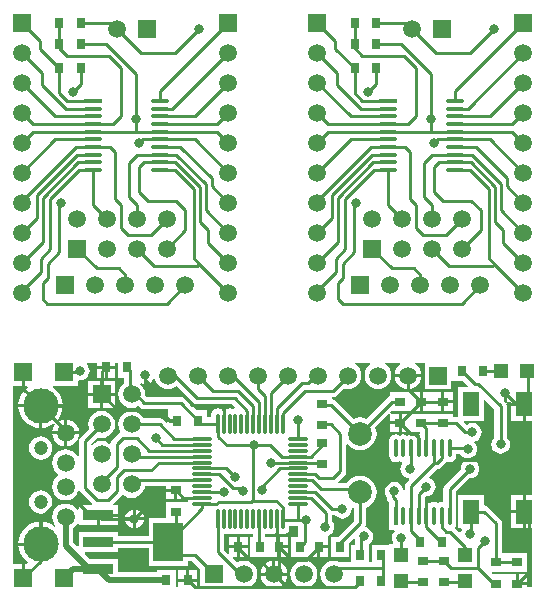
<source format=gtl>
%FSTAX24Y24*%
%MOIN*%
G70*
G01*
G75*
G04 Layer_Physical_Order=1*
G04 Layer_Color=255*
%ADD10O,0.0630X0.0138*%
%ADD11R,0.0630X0.0138*%
%ADD12R,0.0315X0.0374*%
%ADD13O,0.0709X0.0118*%
%ADD14O,0.0118X0.0709*%
%ADD15R,0.0374X0.0315*%
%ADD16O,0.0138X0.0630*%
%ADD17R,0.0138X0.0630*%
%ADD18R,0.0630X0.0630*%
%ADD19R,0.0551X0.0827*%
%ADD20R,0.1004X0.0374*%
%ADD21R,0.1004X0.1299*%
%ADD22R,0.0512X0.0472*%
%ADD23R,0.0472X0.0512*%
%ADD24C,0.0100*%
%ADD25C,0.0200*%
%ADD26R,0.0591X0.0591*%
%ADD27C,0.0591*%
%ADD28R,0.0591X0.0591*%
%ADD29C,0.1181*%
%ADD30C,0.0787*%
%ADD31C,0.0320*%
%ADD32C,0.0472*%
G36*
X025093Y014375D02*
X02543D01*
Y014325D01*
X02548D01*
Y014018D01*
X025767D01*
Y014018D01*
X025818D01*
X025824Y013988D01*
X025835Y013971D01*
X025824Y013954D01*
X025818Y013924D01*
X025767D01*
Y013924D01*
X025093D01*
Y013393D01*
X024532D01*
Y012797D01*
X023493D01*
Y01293D01*
X022189D01*
Y01248D01*
X022143Y012461D01*
X022015Y012589D01*
Y01307D01*
X022077Y013118D01*
X022142Y013202D01*
X022189Y013186D01*
Y013161D01*
X022791D01*
Y013499D01*
X022841D01*
Y013548D01*
X023493D01*
Y013835D01*
X023365D01*
X023346Y013882D01*
X023606Y014142D01*
X023624Y01417D01*
X023674Y014178D01*
X023737Y014129D01*
X023845Y014084D01*
X023961Y014069D01*
X024078Y014084D01*
X024186Y014129D01*
X024279Y014201D01*
X02435Y014294D01*
X024395Y014402D01*
X024402Y014456D01*
X025093D01*
Y014375D01*
D02*
G37*
G36*
X036464Y017247D02*
X036495Y017252D01*
X036571Y017283D01*
X036574Y017285D01*
X036618Y017263D01*
Y017249D01*
X037044D01*
Y017199D01*
X037094D01*
Y016636D01*
X037313D01*
Y01418D01*
X037094D01*
Y013616D01*
Y013053D01*
X037313D01*
Y011104D01*
X037145D01*
Y011165D01*
X036808D01*
Y011215D01*
X036758D01*
Y011522D01*
X036471D01*
D01*
D01*
X036471Y011522D01*
X036436Y011522D01*
Y011522D01*
X036001D01*
X035954Y01157D01*
X035973Y011616D01*
X036436D01*
Y011616D01*
X036436D01*
X036436Y011616D01*
X036471Y011616D01*
Y011616D01*
X037145D01*
Y012231D01*
X036471D01*
D01*
D01*
X036471Y012231D01*
X036436Y012231D01*
Y012231D01*
X036303D01*
Y013223D01*
X036288Y013301D01*
X036243Y013367D01*
X03585Y013761D01*
X035784Y013805D01*
X035706Y01382D01*
X035698D01*
Y01418D01*
X034847D01*
Y013053D01*
X034929D01*
X034957Y013012D01*
X034931Y012949D01*
X034929Y012934D01*
X034882Y012918D01*
X034717Y013083D01*
X03476Y013147D01*
X034777Y013233D01*
Y013725D01*
X03476Y01381D01*
X034758Y013814D01*
Y01427D01*
X035212Y014724D01*
X035233Y014721D01*
X035314Y014732D01*
X035389Y014763D01*
X035454Y014813D01*
X035504Y014878D01*
X035535Y014953D01*
X035546Y015034D01*
X035535Y015115D01*
X035504Y01519D01*
X035454Y015255D01*
X035389Y015305D01*
X035314Y015336D01*
X035233Y015347D01*
X035152Y015336D01*
X035077Y015305D01*
X035012Y015255D01*
X034962Y01519D01*
X034931Y015115D01*
X03492Y015034D01*
X034923Y015012D01*
X03441Y014499D01*
X034366Y014433D01*
X03435Y014355D01*
Y013977D01*
X034311Y013945D01*
X034298Y013948D01*
X034213Y013931D01*
X03417Y013903D01*
X034128Y013931D01*
X034042Y013948D01*
X033957Y013931D01*
X033914Y013903D01*
X033872Y013931D01*
X033836Y013938D01*
Y013811D01*
X033836Y01381D01*
X033819Y013725D01*
Y013479D01*
X033754D01*
Y013725D01*
X033737Y01381D01*
X033736Y013811D01*
Y013938D01*
X033773Y013945D01*
X033734Y013977D01*
Y014098D01*
X033772Y014131D01*
X033776Y014131D01*
X033857Y014141D01*
X033933Y014173D01*
X033997Y014222D01*
X034047Y014287D01*
X034078Y014362D01*
X034089Y014443D01*
X034078Y014524D01*
X034047Y0146D01*
X033997Y014664D01*
X033933Y014714D01*
X033857Y014745D01*
X033857Y014747D01*
X034128Y015018D01*
X034199Y015032D01*
X034265Y015077D01*
X034442Y015254D01*
X034458Y015278D01*
X034469Y015271D01*
X034554Y015254D01*
X034639Y015271D01*
X034712Y015319D01*
X03476Y015391D01*
X034777Y015477D01*
Y015519D01*
X034905D01*
X034933Y015482D01*
X034998Y015432D01*
X035073Y015401D01*
X035154Y01539D01*
X035235Y015401D01*
X035311Y015432D01*
X035375Y015482D01*
X035425Y015547D01*
X035456Y015622D01*
X035467Y015703D01*
X035456Y015784D01*
X035425Y015859D01*
X035375Y015924D01*
X035383Y015951D01*
X035393Y015952D01*
X035468Y015984D01*
X035533Y016033D01*
X035583Y016098D01*
X035614Y016173D01*
X035624Y016254D01*
X035614Y016335D01*
X035583Y016411D01*
X035533Y016475D01*
X035468Y016525D01*
X035393Y016556D01*
X035312Y016567D01*
X035231Y016556D01*
X035155Y016525D01*
X03512Y016498D01*
X035029Y01659D01*
X035048Y016636D01*
X035698D01*
Y017325D01*
X035744Y017345D01*
X036053Y017036D01*
Y016095D01*
X036036Y016082D01*
X035986Y016017D01*
X035955Y015942D01*
X035944Y015861D01*
X035955Y01578D01*
X035986Y015704D01*
X036036Y01564D01*
X0361Y01559D01*
X036176Y015559D01*
X036257Y015548D01*
X036338Y015559D01*
X036413Y01559D01*
X036478Y01564D01*
X036527Y015704D01*
X036559Y01578D01*
X036569Y015861D01*
X036559Y015942D01*
X036527Y016017D01*
X036478Y016082D01*
X036461Y016095D01*
Y01712D01*
X036445Y017199D01*
X036443Y017202D01*
X036463Y017247D01*
X036417Y017241D01*
X036401Y017265D01*
X036364Y017301D01*
Y017554D01*
X036464D01*
Y017247D01*
D02*
G37*
G36*
X024532Y011793D02*
X025836D01*
Y01196D01*
X025979D01*
X026215Y011724D01*
X026215Y011724D01*
X026252Y011687D01*
Y011104D01*
X026131D01*
Y011283D01*
X025516D01*
Y011104D01*
X025422D01*
Y01167D01*
X024807D01*
Y011588D01*
X023493D01*
Y012024D01*
X022579D01*
X022394Y01221D01*
X022413Y012256D01*
X023493D01*
Y012389D01*
X024532D01*
Y011793D01*
D02*
G37*
G36*
X031368Y013742D02*
Y013307D01*
X030833Y012772D01*
X030595D01*
Y012098D01*
X03121D01*
Y012573D01*
X031344Y012707D01*
X031393Y012697D01*
X031407Y012662D01*
Y012497D01*
X031264D01*
Y011931D01*
X030894D01*
X030894Y011931D01*
X030814Y011964D01*
X030698Y011979D01*
X030581Y011964D01*
X030473Y011919D01*
X03038Y011847D01*
X030309Y011754D01*
X030264Y011646D01*
X030249Y01153D01*
X030264Y011414D01*
X030309Y011305D01*
X03038Y011212D01*
X03046Y011151D01*
X030444Y011104D01*
X029952D01*
X029936Y011151D01*
X030015Y011212D01*
X030087Y011305D01*
X030131Y011414D01*
X030147Y01153D01*
X030131Y011646D01*
X030087Y011754D01*
X030015Y011847D01*
X029922Y011919D01*
X029814Y011964D01*
X029698Y011979D01*
X029581Y011964D01*
X029473Y011919D01*
X02938Y011847D01*
X029309Y011754D01*
X029264Y011646D01*
X029249Y01153D01*
X029264Y011414D01*
X029309Y011305D01*
X02938Y011212D01*
X02946Y011151D01*
X029444Y011104D01*
X028952D01*
X028936Y011151D01*
X029015Y011212D01*
X029087Y011305D01*
X029131Y011414D01*
X02914Y01148D01*
X028255D01*
X028264Y011414D01*
X028309Y011305D01*
X02838Y011212D01*
X02846Y011151D01*
X028444Y011104D01*
X027952D01*
X027936Y011151D01*
X028015Y011212D01*
X028087Y011305D01*
X028131Y011414D01*
X028147Y01153D01*
X028131Y011646D01*
X028087Y011754D01*
X028015Y011847D01*
X027922Y011919D01*
X027814Y011964D01*
X027698Y011979D01*
X027581Y011964D01*
X027473Y011919D01*
X027463Y011911D01*
X027322Y012052D01*
X027341Y012098D01*
X027467D01*
Y012385D01*
X027209D01*
Y01223D01*
X027163Y012211D01*
X027031Y012343D01*
Y012854D01*
X027106Y012868D01*
X027123Y01288D01*
X02714Y012868D01*
X027221Y012852D01*
X027303Y012868D01*
X02732Y01288D01*
X027337Y012868D01*
X027418Y012852D01*
X0275Y012868D01*
X027517Y01288D01*
X027533Y012868D01*
X027615Y012852D01*
X027697Y012868D01*
X027713Y01288D01*
X02773Y012868D01*
X027812Y012852D01*
X027893Y012868D01*
X02791Y01288D01*
X027927Y012868D01*
X028002Y012854D01*
Y012772D01*
X027918D01*
Y012098D01*
X028533D01*
X028533Y012098D01*
Y012098D01*
X028533D01*
X028548D01*
X028568Y012098D01*
X028568Y012098D01*
Y012098D01*
X028805D01*
Y012435D01*
Y012772D01*
X028568D01*
X028568Y012772D01*
Y012772D01*
X028548Y012772D01*
X02854D01*
X028533D01*
X028512Y012772D01*
X028512Y012772D01*
Y012772D01*
X028409D01*
Y012854D01*
X028484Y012868D01*
X028501Y01288D01*
X028518Y012868D01*
X028599Y012852D01*
X028681Y012868D01*
X028698Y01288D01*
X028714Y012868D01*
X028746Y012862D01*
Y012912D01*
X02875Y012915D01*
X028796Y012984D01*
X028842Y012915D01*
X028846Y012912D01*
Y012862D01*
X028878Y012868D01*
X028894Y01288D01*
X028911Y012868D01*
X028993Y012852D01*
X029074Y012868D01*
X029144Y012915D01*
X02919Y012984D01*
X029206Y013065D01*
Y013137D01*
X029517D01*
Y012772D01*
X029256D01*
Y012098D01*
X029871D01*
Y012098D01*
X029871D01*
X029871Y012098D01*
X029886D01*
Y012098D01*
X030144D01*
Y012436D01*
X030194D01*
Y012485D01*
X030501D01*
Y012772D01*
X030501D01*
Y012815D01*
X030547Y012834D01*
X030612Y012884D01*
X030661Y012948D01*
X030693Y013024D01*
X030703Y013105D01*
X030693Y013186D01*
X030661Y013261D01*
X030634Y013297D01*
Y013491D01*
X030747D01*
X03076Y013474D01*
X030825Y013424D01*
X0309Y013393D01*
X030981Y013383D01*
X031062Y013393D01*
X031137Y013424D01*
X031202Y013474D01*
X031252Y013539D01*
X031283Y013614D01*
X031294Y013695D01*
X031288Y013738D01*
X031323Y013764D01*
X031368Y013742D01*
D02*
G37*
G36*
X024456Y017877D02*
X024487Y017881D01*
X024563Y017913D01*
X024627Y017962D01*
X024677Y018027D01*
X024685Y018046D01*
X024735Y01804D01*
X024736Y018028D01*
X024781Y01792D01*
X024853Y017827D01*
X024946Y017755D01*
X025054Y01771D01*
X02517Y017695D01*
X025286Y01771D01*
X025395Y017755D01*
X025449Y017797D01*
X025994Y017252D01*
X026061Y017208D01*
X026139Y017192D01*
X026139Y017192D01*
X027314D01*
X027406Y0171D01*
X027391Y017053D01*
X027337Y017042D01*
X02732Y017031D01*
X027303Y017042D01*
X027221Y017058D01*
X02714Y017042D01*
X027123Y017031D01*
X027106Y017042D01*
X027074Y017048D01*
Y016998D01*
X027071Y016996D01*
X027024Y016927D01*
X026978Y016996D01*
X026974Y016998D01*
Y017048D01*
X026943Y017042D01*
X026926Y017031D01*
X026909Y017042D01*
X026828Y017058D01*
X026746Y017042D01*
X026677Y016996D01*
X026631Y016926D01*
X026614Y016845D01*
Y016754D01*
X026485D01*
Y016985D01*
X026129D01*
X025732Y017383D01*
X025665Y017427D01*
X025587Y017443D01*
X024451D01*
X024406Y017487D01*
X024411Y017518D01*
X024395Y017634D01*
X02435Y017743D01*
X024279Y017836D01*
X024247Y01786D01*
X024272Y017904D01*
X024325Y017881D01*
X024356Y017877D01*
Y018184D01*
X024456D01*
Y017877D01*
D02*
G37*
G36*
X033725Y017699D02*
X034615D01*
Y017965D01*
X03465D01*
Y017965D01*
X035006D01*
X035162Y017809D01*
X035143Y017763D01*
X034847D01*
Y016795D01*
X034808Y016764D01*
X034761Y016773D01*
X034665D01*
Y016877D01*
X033991D01*
D01*
D01*
X033991Y016877D01*
X033956D01*
Y016877D01*
X033283D01*
X033283Y016877D01*
Y016877D01*
X033282Y016877D01*
X033265D01*
X033247D01*
X033247Y016877D01*
X033247Y016877D01*
Y016877D01*
X03296D01*
Y016569D01*
Y016262D01*
X033247D01*
Y016262D01*
X033282D01*
X033283Y016262D01*
X033283Y016262D01*
Y016262D01*
X033558D01*
X033574Y016215D01*
X033544Y016189D01*
X03358Y016182D01*
Y016055D01*
X03358Y016054D01*
X033563Y015969D01*
Y015723D01*
X033498D01*
Y015969D01*
X033481Y016054D01*
X03348Y016055D01*
Y016182D01*
X033445Y016175D01*
X033402Y016147D01*
X03336Y016175D01*
X033274Y016192D01*
X033189Y016175D01*
X033146Y016147D01*
X033104Y016175D01*
X033019Y016192D01*
X032933Y016175D01*
X032891Y016147D01*
X032848Y016175D01*
X032763Y016192D01*
X032677Y016175D01*
X032605Y016127D01*
X032556Y016054D01*
X032539Y015969D01*
Y015477D01*
X032556Y015391D01*
X032605Y015319D01*
X032677Y015271D01*
X032763Y015254D01*
X032848Y015271D01*
X032891Y015299D01*
X032933Y015271D01*
X032959Y015265D01*
X032976Y015219D01*
X032954Y01519D01*
X032923Y015115D01*
X032913Y015034D01*
X032923Y014953D01*
X032954Y014878D01*
X033004Y014813D01*
X033069Y014763D01*
X033144Y014732D01*
X033195Y014725D01*
X033211Y014678D01*
X03313Y014597D01*
X033086Y014531D01*
X03307Y014453D01*
Y014331D01*
X033021Y014327D01*
X033015Y014367D01*
X032984Y014442D01*
X032934Y014507D01*
X03287Y014557D01*
X032794Y014588D01*
X032713Y014598D01*
X032632Y014588D01*
X032557Y014557D01*
X032492Y014507D01*
X032443Y014442D01*
X032411Y014367D01*
X032401Y014286D01*
X032411Y014205D01*
X032443Y014129D01*
X03247Y014094D01*
Y014089D01*
X032486Y014011D01*
X03253Y013945D01*
X032544Y013931D01*
Y013014D01*
X032704D01*
X032727Y012969D01*
X032679Y012907D01*
X032648Y012831D01*
X032637Y01275D01*
X032648Y012669D01*
X032679Y012594D01*
X032681Y012591D01*
X032659Y012546D01*
X032544D01*
Y012497D01*
X031973D01*
Y011931D01*
X031879D01*
Y012497D01*
X031879D01*
X031879Y012544D01*
X031911Y012569D01*
X031961Y012633D01*
X031992Y012709D01*
X032002Y01279D01*
X031992Y012871D01*
X031961Y012946D01*
X031911Y013011D01*
X031846Y013061D01*
X031771Y013092D01*
X031752Y013133D01*
X03176Y013145D01*
X031776Y013223D01*
X031776Y013223D01*
X031776Y013223D01*
Y013223D01*
Y013751D01*
X031846Y013781D01*
X031959Y013868D01*
X032047Y013981D01*
X032101Y014114D01*
X03212Y014256D01*
X032101Y014397D01*
X032047Y01453D01*
X031959Y014643D01*
X031846Y01473D01*
X031714Y014785D01*
X031572Y014804D01*
X03143Y014785D01*
X031297Y01473D01*
X031184Y014643D01*
X031126Y014568D01*
X030869D01*
X03085Y014615D01*
X031047Y014811D01*
X031091Y014877D01*
X031106Y014955D01*
X031106Y014955D01*
X031106Y014955D01*
Y014955D01*
Y015841D01*
X031154Y015857D01*
X031184Y015818D01*
X031297Y015731D01*
X03143Y015676D01*
X031572Y015657D01*
X031714Y015676D01*
X031846Y015731D01*
X031959Y015818D01*
X032047Y015932D01*
X032101Y016064D01*
X03212Y016206D01*
X032101Y016348D01*
X032072Y016418D01*
X032527Y016873D01*
X032573Y016854D01*
Y016619D01*
X03286D01*
Y016877D01*
X032596D01*
X032577Y016923D01*
X032625Y01697D01*
X033247D01*
X033247Y01697D01*
Y01697D01*
X033247D01*
X033282D01*
X033283Y01697D01*
X033283Y01697D01*
Y01697D01*
X033569D01*
Y017278D01*
Y017585D01*
X033283D01*
X033283Y017585D01*
Y017585D01*
X033282Y017585D01*
X033265D01*
X033247D01*
X033247Y017585D01*
X033247Y017585D01*
Y017585D01*
X032573D01*
Y017468D01*
X032566Y017466D01*
X0325Y017422D01*
X031784Y016706D01*
X031714Y016735D01*
X031572Y016754D01*
X03143Y016735D01*
X031359Y016706D01*
X030762Y017304D01*
X030696Y017348D01*
X030649Y017358D01*
Y017428D01*
X030658D01*
X030736Y017444D01*
X030802Y017488D01*
X031033Y017719D01*
X031054Y01771D01*
X03117Y017695D01*
X031286Y01771D01*
X031395Y017755D01*
X031488Y017827D01*
X031559Y01792D01*
X031604Y018028D01*
X031619Y018144D01*
X031604Y01826D01*
X031559Y018369D01*
X031488Y018462D01*
X031395Y018533D01*
X031402Y01857D01*
X031916D01*
X031932Y018523D01*
X031853Y018462D01*
X031781Y018369D01*
X031736Y01826D01*
X031721Y018144D01*
X031736Y018028D01*
X031781Y01792D01*
X031853Y017827D01*
X031946Y017755D01*
X032054Y01771D01*
X03217Y017695D01*
X032286Y01771D01*
X032395Y017755D01*
X032488Y017827D01*
X032559Y01792D01*
X032604Y018028D01*
X032619Y018144D01*
X032604Y01826D01*
X032559Y018369D01*
X032488Y018462D01*
X032395Y018533D01*
X032402Y01857D01*
X032916D01*
X032932Y018523D01*
X032853Y018462D01*
X032781Y018369D01*
X032736Y01826D01*
X032728Y018194D01*
X033613D01*
X033604Y01826D01*
X033559Y018369D01*
X033488Y018462D01*
X033395Y018533D01*
X033402Y01857D01*
X033725D01*
Y017699D01*
D02*
G37*
G36*
X023508Y018083D02*
X023691D01*
Y017872D01*
X023644Y017836D01*
X023572Y017743D01*
X023528Y017634D01*
X023512Y017518D01*
X023528Y017402D01*
X023572Y017294D01*
X023644Y017201D01*
X023737Y017129D01*
X023845Y017084D01*
X023961Y017069D01*
X024078Y017084D01*
X024186Y017129D01*
X024187Y01713D01*
X024223Y017094D01*
X024289Y01705D01*
X024367Y017035D01*
X025162D01*
Y016985D01*
X025162D01*
Y016698D01*
X025469D01*
Y016598D01*
X025162D01*
Y016601D01*
X025116Y016581D01*
X025035Y016662D01*
X024969Y016707D01*
X024891Y016722D01*
X024359D01*
X02435Y016743D01*
X024279Y016836D01*
X024186Y016907D01*
X024078Y016952D01*
X023961Y016967D01*
X023845Y016952D01*
X023737Y016907D01*
X023644Y016836D01*
X023572Y016743D01*
X023528Y016634D01*
X023512Y016518D01*
X023528Y016402D01*
X023572Y016294D01*
X023577Y016288D01*
X023569Y016238D01*
X023514Y016202D01*
X023317Y016005D01*
X023273Y015939D01*
X023265Y0159D01*
X023218Y015882D01*
X023186Y015907D01*
X023078Y015952D01*
X022961Y015967D01*
X022845Y015952D01*
X022737Y015907D01*
X022647Y015838D01*
X022602Y01586D01*
Y015871D01*
X022825Y016093D01*
X022845Y016084D01*
X022961Y016069D01*
X023078Y016084D01*
X023186Y016129D01*
X023279Y016201D01*
X02335Y016294D01*
X023395Y016402D01*
X023411Y016518D01*
X023395Y016634D01*
X02335Y016743D01*
X023279Y016836D01*
X023186Y016907D01*
X023078Y016952D01*
X022961Y016967D01*
X022845Y016952D01*
X022737Y016907D01*
X022644Y016836D01*
X022572Y016743D01*
X022528Y016634D01*
X022512Y016518D01*
X022528Y016402D01*
X022536Y016381D01*
X022254Y016099D01*
X022212Y016036D01*
X022168Y016059D01*
X022194Y016122D01*
X022203Y016189D01*
X02181D01*
Y015796D01*
X021876Y015805D01*
X021985Y01585D01*
X022078Y015921D01*
X022149Y016014D01*
X022162Y016044D01*
X022209Y01603D01*
X022195Y015955D01*
Y015482D01*
X022185Y015478D01*
X022147Y015465D01*
X022077Y015556D01*
X021984Y015628D01*
X021876Y015672D01*
X02176Y015688D01*
X021644Y015672D01*
X021535Y015628D01*
X021442Y015556D01*
X021371Y015463D01*
X021326Y015355D01*
X021311Y015239D01*
X021326Y015122D01*
X021371Y015014D01*
X021442Y014921D01*
X021519Y014862D01*
Y014812D01*
X021442Y014753D01*
X021371Y01466D01*
X021326Y014552D01*
X021311Y014435D01*
X021326Y014319D01*
X021371Y014211D01*
X021442Y014118D01*
X021535Y014046D01*
X021644Y014002D01*
X02176Y013986D01*
X021876Y014002D01*
X021984Y014046D01*
X022077Y014118D01*
X022149Y014211D01*
X022181Y014289D01*
X022231Y014294D01*
X022254Y01426D01*
X022632Y013882D01*
X022613Y013835D01*
X022189D01*
Y013685D01*
X022142Y013669D01*
X022077Y013753D01*
X021984Y013824D01*
X021876Y013869D01*
X02176Y013885D01*
X021644Y013869D01*
X021535Y013824D01*
X021442Y013753D01*
X021371Y01366D01*
X021326Y013552D01*
X021311Y013435D01*
X021326Y013319D01*
X021371Y013211D01*
X021417Y01315D01*
X021381Y013116D01*
X021336Y013153D01*
X021208Y013221D01*
X021068Y013264D01*
X020973Y013273D01*
Y012534D01*
X020923D01*
Y012484D01*
X020184D01*
X020193Y012389D01*
X020235Y012249D01*
X020304Y01212D01*
X020397Y012008D01*
X020499Y011924D01*
X020482Y011877D01*
X020401D01*
Y011412D01*
X020301D01*
Y011877D01*
X020004D01*
Y017797D01*
X020301D01*
Y018262D01*
X020401D01*
Y017797D01*
X020482D01*
X020499Y01775D01*
X020397Y017666D01*
X020304Y017554D01*
X020235Y017425D01*
X020193Y017285D01*
X020184Y01719D01*
X021662D01*
X021653Y017285D01*
X02161Y017425D01*
X021542Y017554D01*
X021449Y017666D01*
X021336Y017759D01*
X021346Y017797D01*
X022155D01*
Y017962D01*
X022192Y017995D01*
X022241Y017989D01*
X022322Y018D01*
X022397Y018031D01*
X022462Y01808D01*
X022512Y018145D01*
X022543Y018221D01*
X022554Y018302D01*
X022543Y018383D01*
X022512Y018458D01*
X022462Y018523D01*
X022462Y018523D01*
X022478Y01857D01*
X0228D01*
Y01847D01*
X023415D01*
Y01857D01*
X023508D01*
Y018083D01*
D02*
G37*
%LPC*%
G36*
X036994Y013567D02*
X036618D01*
Y013053D01*
X036994D01*
Y013567D01*
D02*
G37*
G36*
X024002Y01333D02*
X023746D01*
X02375Y013299D01*
X023781Y013224D01*
X023831Y013159D01*
X023896Y01311D01*
X023971Y013078D01*
X024002Y013074D01*
Y01333D01*
D02*
G37*
G36*
X029163Y012772D02*
X028905D01*
Y012485D01*
X029163D01*
Y012772D01*
D02*
G37*
G36*
X020873Y013273D02*
X020778Y013264D01*
X020638Y013221D01*
X020509Y013153D01*
X020397Y01306D01*
X020304Y012947D01*
X020235Y012819D01*
X020193Y012679D01*
X020184Y012584D01*
X020873D01*
Y013273D01*
D02*
G37*
G36*
X024002Y013686D02*
X023971Y013682D01*
X023896Y013651D01*
X023831Y013601D01*
X023781Y013537D01*
X02375Y013461D01*
X023746Y01343D01*
X024002D01*
Y013686D01*
D02*
G37*
G36*
X024102D02*
Y01343D01*
X024358D01*
X024354Y013461D01*
X024323Y013537D01*
X024273Y013601D01*
X024208Y013651D01*
X024133Y013682D01*
X024102Y013686D01*
D02*
G37*
G36*
X024358Y01333D02*
X024102D01*
Y013074D01*
X024133Y013078D01*
X024208Y01311D01*
X024273Y013159D01*
X024323Y013224D01*
X024354Y013299D01*
X024358Y01333D01*
D02*
G37*
G36*
X023493Y013448D02*
X022891D01*
Y013161D01*
X023493D01*
Y013448D01*
D02*
G37*
G36*
X027824Y012772D02*
X027567D01*
Y012485D01*
X027824D01*
Y012772D01*
D02*
G37*
G36*
X026131Y01167D02*
X025874D01*
Y011383D01*
X026131D01*
Y01167D01*
D02*
G37*
G36*
X028648Y011972D02*
X028581Y011964D01*
X028473Y011919D01*
X02838Y011847D01*
X028309Y011754D01*
X028264Y011646D01*
X028255Y01158D01*
X028648D01*
Y011972D01*
D02*
G37*
G36*
X037145Y011522D02*
X036858D01*
Y011265D01*
X037145D01*
Y011522D01*
D02*
G37*
G36*
X025774Y01167D02*
X025516D01*
Y011383D01*
X025774D01*
Y01167D01*
D02*
G37*
G36*
X028748Y011972D02*
Y01158D01*
X02914D01*
X029131Y011646D01*
X029087Y011754D01*
X029015Y011847D01*
X028922Y011919D01*
X028814Y011964D01*
X028748Y011972D01*
D02*
G37*
G36*
X030501Y012385D02*
X030244D01*
Y012098D01*
X030501D01*
Y012385D01*
D02*
G37*
G36*
X027467Y012772D02*
X027209D01*
Y012485D01*
X027467D01*
Y012772D01*
D02*
G37*
G36*
X027824Y012385D02*
X027567D01*
Y012098D01*
X027824D01*
Y012385D01*
D02*
G37*
G36*
X029163D02*
X028905D01*
Y012098D01*
X029163D01*
Y012385D01*
D02*
G37*
G36*
X020929Y014325D02*
X020828Y014312D01*
X020734Y014273D01*
X020653Y014211D01*
X020591Y01413D01*
X020552Y014036D01*
X020539Y013935D01*
X020552Y013835D01*
X020591Y013741D01*
X020653Y01366D01*
X020734Y013598D01*
X020828Y013559D01*
X020929Y013546D01*
X02103Y013559D01*
X021124Y013598D01*
X021204Y01366D01*
X021266Y013741D01*
X021305Y013835D01*
X021318Y013935D01*
X021305Y014036D01*
X021266Y01413D01*
X021204Y014211D01*
X021124Y014273D01*
X02103Y014312D01*
X020929Y014325D01*
D02*
G37*
G36*
X023407Y017468D02*
X023011D01*
Y017073D01*
X023407D01*
Y017468D01*
D02*
G37*
G36*
X034665Y017585D02*
X034378D01*
Y017328D01*
X034665D01*
Y017585D01*
D02*
G37*
G36*
X022911Y017468D02*
X022516D01*
Y017073D01*
X022911D01*
Y017468D01*
D02*
G37*
G36*
X036994Y017149D02*
X036618D01*
Y016636D01*
X036994D01*
Y017149D01*
D02*
G37*
G36*
X034665Y017228D02*
X034378D01*
Y01697D01*
X034665D01*
Y017228D01*
D02*
G37*
G36*
X03312Y018094D02*
X032728D01*
X032736Y018028D01*
X032781Y01792D01*
X032853Y017827D01*
X032946Y017755D01*
X033054Y01771D01*
X03312Y017702D01*
Y018094D01*
D02*
G37*
G36*
X033613D02*
X03322D01*
Y017702D01*
X033286Y01771D01*
X033395Y017755D01*
X033488Y017827D01*
X033559Y01792D01*
X033604Y018028D01*
X033613Y018094D01*
D02*
G37*
G36*
X033991Y017585D02*
Y017585D01*
X033991Y017585D01*
X033973D01*
X033956D01*
X033955Y017585D01*
X033955Y017585D01*
Y017585D01*
X033669D01*
Y017278D01*
Y01697D01*
X033956D01*
Y01697D01*
X033991D01*
X033991Y01697D01*
X033991Y01697D01*
Y01697D01*
X034278D01*
Y017278D01*
Y017585D01*
X033991D01*
X033991Y017585D01*
D02*
G37*
G36*
X022911Y017963D02*
X022516D01*
Y017568D01*
X022911D01*
Y017963D01*
D02*
G37*
G36*
X023407D02*
X023011D01*
Y017568D01*
X023407D01*
Y017963D01*
D02*
G37*
G36*
X020929Y016128D02*
X020828Y016115D01*
X020734Y016076D01*
X020653Y016014D01*
X020591Y015933D01*
X020552Y015839D01*
X020539Y015739D01*
X020552Y015638D01*
X020591Y015544D01*
X020653Y015463D01*
X020734Y015401D01*
X020828Y015362D01*
X020929Y015349D01*
X02103Y015362D01*
X021124Y015401D01*
X021204Y015463D01*
X021266Y015544D01*
X021305Y015638D01*
X021318Y015739D01*
X021305Y015839D01*
X021266Y015933D01*
X021204Y016014D01*
X021124Y016076D01*
X02103Y016115D01*
X020929Y016128D01*
D02*
G37*
G36*
X023057Y01837D02*
X0228D01*
Y018083D01*
X023057D01*
Y01837D01*
D02*
G37*
G36*
X023415D02*
X023157D01*
Y018083D01*
X023415D01*
Y01837D01*
D02*
G37*
G36*
X036994Y01418D02*
X036618D01*
Y013667D01*
X036994D01*
Y01418D01*
D02*
G37*
G36*
X02538Y014275D02*
X025093D01*
Y014018D01*
X02538D01*
Y014275D01*
D02*
G37*
G36*
X02181Y016681D02*
Y016289D01*
X022203D01*
X022194Y016355D01*
X022149Y016463D01*
X022078Y016556D01*
X021985Y016628D01*
X021876Y016672D01*
X02181Y016681D01*
D02*
G37*
G36*
X020873Y01709D02*
X020184D01*
X020193Y016995D01*
X020235Y016855D01*
X020304Y016727D01*
X020397Y016614D01*
X020509Y016521D01*
X020638Y016453D01*
X020778Y01641D01*
X020873Y016401D01*
Y01709D01*
D02*
G37*
G36*
X021662D02*
X020973D01*
Y016401D01*
X021068Y01641D01*
X021208Y016453D01*
X021336Y016521D01*
X021382Y016559D01*
X021418Y016524D01*
X021371Y016463D01*
X021326Y016355D01*
X021317Y016289D01*
X02171D01*
Y016681D01*
X021644Y016672D01*
X021535Y016628D01*
X021506Y016605D01*
X021471Y016641D01*
X021542Y016727D01*
X02161Y016855D01*
X021653Y016995D01*
X021662Y01709D01*
D02*
G37*
G36*
X02171Y016189D02*
X021317D01*
X021326Y016122D01*
X021371Y016014D01*
X021442Y015921D01*
X021535Y01585D01*
X021644Y015805D01*
X02171Y015796D01*
Y016189D01*
D02*
G37*
G36*
X03286Y016519D02*
X032573D01*
Y016262D01*
X03286D01*
Y016519D01*
D02*
G37*
%LPD*%
D10*
X034751Y024998D02*
D03*
Y025254D02*
D03*
X032507Y024998D02*
D03*
Y025254D02*
D03*
Y027045D02*
D03*
Y026789D02*
D03*
Y026533D02*
D03*
Y026278D02*
D03*
Y026022D02*
D03*
Y025766D02*
D03*
Y02551D02*
D03*
X034751Y027301D02*
D03*
Y027045D02*
D03*
Y026789D02*
D03*
Y026533D02*
D03*
Y026278D02*
D03*
Y026022D02*
D03*
Y025766D02*
D03*
Y02551D02*
D03*
X024908Y024998D02*
D03*
Y025254D02*
D03*
X022664Y024998D02*
D03*
Y025254D02*
D03*
Y027045D02*
D03*
Y026789D02*
D03*
Y026533D02*
D03*
Y026278D02*
D03*
Y026022D02*
D03*
Y025766D02*
D03*
Y02551D02*
D03*
X024908Y027301D02*
D03*
Y027045D02*
D03*
Y026789D02*
D03*
Y026533D02*
D03*
Y026278D02*
D03*
Y026022D02*
D03*
Y025766D02*
D03*
Y02551D02*
D03*
D11*
X032507Y027301D02*
D03*
X022664D02*
D03*
D12*
X032097Y0292D02*
D03*
X031388D02*
D03*
X032097Y0284D02*
D03*
X031388D02*
D03*
X031388Y0299D02*
D03*
X032097D02*
D03*
X022254Y0292D02*
D03*
X021546D02*
D03*
X022254Y0284D02*
D03*
X021546D02*
D03*
X021546Y0299D02*
D03*
X022254D02*
D03*
X031572Y01216D02*
D03*
X03228D02*
D03*
X03228Y011294D02*
D03*
X031572D02*
D03*
X026178Y016648D02*
D03*
X025469D02*
D03*
X023816Y01842D02*
D03*
X023107D02*
D03*
X029564Y012435D02*
D03*
X028855D02*
D03*
X030902D02*
D03*
X030194D02*
D03*
X028225D02*
D03*
X027517D02*
D03*
X025115Y011333D02*
D03*
X025824D02*
D03*
X034288Y012593D02*
D03*
X03358D02*
D03*
X035666Y018302D02*
D03*
X034957D02*
D03*
D13*
X029505Y013872D02*
D03*
Y014069D02*
D03*
Y014266D02*
D03*
Y014463D02*
D03*
Y01466D02*
D03*
Y014857D02*
D03*
Y015054D02*
D03*
Y01525D02*
D03*
Y015447D02*
D03*
Y015644D02*
D03*
Y015841D02*
D03*
Y016038D02*
D03*
X026316D02*
D03*
Y015841D02*
D03*
Y015644D02*
D03*
Y015447D02*
D03*
Y01525D02*
D03*
Y015054D02*
D03*
Y014857D02*
D03*
Y01466D02*
D03*
Y014463D02*
D03*
Y014266D02*
D03*
Y014069D02*
D03*
Y013872D02*
D03*
D14*
X028993Y01655D02*
D03*
X028796D02*
D03*
X028599D02*
D03*
X028402D02*
D03*
X028206D02*
D03*
X028009D02*
D03*
X027812D02*
D03*
X027615D02*
D03*
X027418D02*
D03*
X027221D02*
D03*
X027024D02*
D03*
X026828D02*
D03*
Y013361D02*
D03*
X027024D02*
D03*
X027221D02*
D03*
X027418D02*
D03*
X027615D02*
D03*
X027812D02*
D03*
X028009D02*
D03*
X028206D02*
D03*
X028402D02*
D03*
X028599D02*
D03*
X028796D02*
D03*
X028993D02*
D03*
D15*
X02543Y013617D02*
D03*
Y014325D02*
D03*
X03291Y017278D02*
D03*
Y016569D02*
D03*
X030312Y017199D02*
D03*
Y016491D02*
D03*
Y015191D02*
D03*
Y0159D02*
D03*
X034328Y017278D02*
D03*
Y016569D02*
D03*
X033619Y017278D02*
D03*
Y016569D02*
D03*
X036808Y011215D02*
D03*
Y011924D02*
D03*
X036099Y011924D02*
D03*
Y011215D02*
D03*
X033658Y011254D02*
D03*
Y011963D02*
D03*
X034367Y011254D02*
D03*
Y011963D02*
D03*
D16*
X034554Y015723D02*
D03*
X034298D02*
D03*
X034042D02*
D03*
X033786D02*
D03*
X03353D02*
D03*
X033274D02*
D03*
X033019D02*
D03*
X032763D02*
D03*
X034554Y013479D02*
D03*
X034298D02*
D03*
X034042D02*
D03*
X033786D02*
D03*
X03353D02*
D03*
X033274D02*
D03*
X033019D02*
D03*
D17*
X032763D02*
D03*
D18*
X02169Y011412D02*
D03*
X020351D02*
D03*
X020351Y018262D02*
D03*
X02169D02*
D03*
D19*
X037044Y017199D02*
D03*
Y013617D02*
D03*
X035272Y017199D02*
D03*
Y013617D02*
D03*
D20*
X022841Y013498D02*
D03*
Y012593D02*
D03*
Y011687D02*
D03*
D21*
X025184Y012593D02*
D03*
D22*
X03295Y01216D02*
D03*
Y011294D02*
D03*
X035076Y01216D02*
D03*
Y011294D02*
D03*
D23*
X037123Y018302D02*
D03*
X036257D02*
D03*
D24*
X033343Y021159D02*
X03358D01*
X031971Y022382D02*
X032121D01*
X030843Y02123D02*
X031003Y02139D01*
Y02188D01*
X031383Y02226D01*
X030763Y021603D02*
Y02205D01*
X031083Y02237D01*
X030843Y0207D02*
Y02123D01*
X030143Y020983D02*
X030763Y021603D01*
X031383Y02226D02*
Y02383D01*
X030143Y020902D02*
Y020983D01*
X030843Y0207D02*
X030993Y02055D01*
X031383Y02383D02*
X031453Y0239D01*
X031083Y02237D02*
Y024046D01*
X031388Y029054D02*
Y0299D01*
X030993Y02055D02*
X03497D01*
X03558Y021159D01*
X032507Y023846D02*
Y024998D01*
Y023846D02*
X032971Y023382D01*
X034439Y02285D02*
X034971Y023382D01*
X033673Y02285D02*
X034439D01*
X033453Y02307D02*
X033673Y02285D01*
X033453Y02307D02*
Y02383D01*
X033245Y024038D02*
X033453Y02383D01*
X033245Y024038D02*
Y025589D01*
X033971Y023382D02*
Y023831D01*
X033703Y0241D02*
X033971Y023831D01*
X033703Y0241D02*
Y025232D01*
X034043Y02428D02*
X034343Y02398D01*
X035283D01*
X035593Y02367D01*
Y023003D02*
Y02367D01*
X034971Y022382D02*
X035593Y023003D01*
X034043Y02428D02*
Y025087D01*
X03542Y025766D02*
X036463Y024723D01*
X035287Y02551D02*
X036263Y024534D01*
X03526Y025254D02*
X036063Y024451D01*
X036463Y024459D02*
Y024723D01*
Y024459D02*
X037019Y023902D01*
X036263Y023659D02*
X037019Y022902D01*
X036263Y023659D02*
Y024534D01*
X036063Y02328D02*
X036343Y023D01*
X036063Y02328D02*
Y024451D01*
X035863Y022059D02*
X036052Y021869D01*
X035863Y022059D02*
Y024369D01*
X035233Y024998D02*
X035863Y024369D01*
X036052Y021869D02*
X037019Y020902D01*
X035993Y02181D02*
X036052Y021869D01*
X034543Y02181D02*
X035993D01*
X033971Y022382D02*
X034543Y02181D01*
X034043Y025087D02*
X034209Y025254D01*
X033703Y025232D02*
X03398Y02551D01*
X031083Y024046D02*
X032034Y024998D01*
X030143Y021902D02*
X030833Y022592D01*
Y024079D01*
X030143Y022902D02*
X030633Y023392D01*
Y024162D01*
X030833Y024079D02*
X032007Y025254D01*
X030633Y024162D02*
X03198Y02551D01*
X034043Y0259D02*
X034164Y026022D01*
X034751D01*
X035243Y0289D02*
X036043Y0297D01*
X034101Y0289D02*
X035243D01*
X033308Y029693D02*
X034101Y0289D01*
X033943Y0267D02*
Y0282D01*
X032943Y0292D02*
X033943Y0282D01*
X032097Y0292D02*
X032943D01*
X036343Y022579D02*
Y023D01*
Y022579D02*
X037019Y021902D01*
X033943Y026278D02*
X034751D01*
X032507D02*
X033943D01*
Y0267D01*
X031942Y0277D02*
X032097Y027854D01*
Y0284D01*
X031388Y027554D02*
Y0284D01*
Y027554D02*
X031653Y02729D01*
X032495D01*
X032507Y027301D01*
X030143Y029902D02*
X030743Y029302D01*
Y029046D02*
Y029302D01*
Y029046D02*
X031388Y0284D01*
X030143Y029665D02*
Y029902D01*
X033101Y0299D02*
X033308Y029693D01*
X032097Y0299D02*
X033101D01*
X032507Y026533D02*
X033176D01*
X033443Y0268D01*
Y0284D01*
X033043Y0288D02*
X033443Y0284D01*
X031643Y0288D02*
X033043D01*
X031388Y029054D02*
X031643Y0288D01*
X03398Y02551D02*
X034751D01*
X032507Y025766D02*
X033068D01*
X033245Y025589D01*
X034209Y025254D02*
X034751D01*
Y025766D02*
X03542D01*
X034751Y02551D02*
X035287D01*
X034751Y025254D02*
X03526D01*
X034751Y024998D02*
X035233D01*
X034751Y027634D02*
X037019Y029902D01*
X034751Y027301D02*
Y027634D01*
X035162Y027045D02*
X037019Y028902D01*
X034751Y027045D02*
X035162D01*
X035906Y026789D02*
X037019Y027902D01*
X034751Y026789D02*
X035906D01*
X03665Y026533D02*
X037019Y026902D01*
X034751Y026533D02*
X03665D01*
X036644Y026278D02*
X037019Y025902D01*
X034751Y026278D02*
X036644D01*
X034751Y026022D02*
X0359D01*
X037019Y024902D01*
X030143Y028902D02*
X030804Y028241D01*
Y027843D02*
Y028241D01*
Y027843D02*
X031601Y027045D01*
X032507D01*
X030143Y027902D02*
X031256Y026789D01*
X032507D01*
X030143Y026902D02*
X030511Y026533D01*
X032507D01*
X030518Y026278D02*
X032507D01*
X030143Y025902D02*
X030518Y026278D01*
X031262Y026022D02*
X032507D01*
X030143Y024902D02*
X031262Y026022D01*
X031953Y025766D02*
X032507D01*
X030143Y023955D02*
X031953Y025766D01*
X030143Y023902D02*
Y023955D01*
X03198Y02551D02*
X032507D01*
X032007Y025254D02*
X032507D01*
X032034Y024998D02*
X032507D01*
X03358Y021159D02*
Y021503D01*
X033363Y02172D02*
X03358Y021503D01*
X031971Y022382D02*
X032633Y02172D01*
X033363D01*
X031942Y0276D02*
Y0277D01*
X023501Y021159D02*
X023737D01*
X022129Y022382D02*
X022278D01*
X021Y02123D02*
X02116Y02139D01*
Y02188D01*
X02154Y02226D01*
X02092Y021603D02*
Y02205D01*
X02124Y02237D01*
X021Y0207D02*
Y02123D01*
X0203Y020983D02*
X02092Y021603D01*
X02154Y02226D02*
Y02383D01*
X0203Y020902D02*
Y020983D01*
X021Y0207D02*
X02115Y02055D01*
X02154Y02383D02*
X02161Y0239D01*
X02124Y02237D02*
Y024046D01*
X021546Y029054D02*
Y0299D01*
X02115Y02055D02*
X025128D01*
X025737Y021159D01*
X022664Y023846D02*
Y024998D01*
Y023846D02*
X023129Y023382D01*
X024597Y02285D02*
X025129Y023382D01*
X02383Y02285D02*
X024597D01*
X02361Y02307D02*
X02383Y02285D01*
X02361Y02307D02*
Y02383D01*
X023402Y024038D02*
X02361Y02383D01*
X023402Y024038D02*
Y025589D01*
X024129Y023382D02*
Y023831D01*
X02386Y0241D02*
X024129Y023831D01*
X02386Y0241D02*
Y025232D01*
X0242Y02428D02*
X0245Y02398D01*
X02544D01*
X02575Y02367D01*
Y023003D02*
Y02367D01*
X025129Y022382D02*
X02575Y023003D01*
X0242Y02428D02*
Y025087D01*
X025578Y025766D02*
X02662Y024723D01*
X025444Y02551D02*
X02642Y024534D01*
X025417Y025254D02*
X02622Y024451D01*
X02662Y024459D02*
Y024723D01*
Y024459D02*
X027176Y023902D01*
X02642Y023659D02*
X027176Y022902D01*
X02642Y023659D02*
Y024534D01*
X02622Y02328D02*
X0265Y023D01*
X02622Y02328D02*
Y024451D01*
X02602Y022059D02*
X026209Y021869D01*
X02602Y022059D02*
Y024369D01*
X025391Y024998D02*
X02602Y024369D01*
X026209Y021869D02*
X027176Y020902D01*
X02615Y02181D02*
X026209Y021869D01*
X024701Y02181D02*
X02615D01*
X024129Y022382D02*
X024701Y02181D01*
X0242Y025087D02*
X024367Y025254D01*
X02386Y025232D02*
X024138Y02551D01*
X02124Y024046D02*
X022192Y024998D01*
X0203Y021902D02*
X02099Y022592D01*
Y024079D01*
X0203Y022902D02*
X02079Y023392D01*
Y024162D01*
X02099Y024079D02*
X022165Y025254D01*
X02079Y024162D02*
X022138Y02551D01*
X0242Y0259D02*
X024322Y026022D01*
X024908D01*
X0254Y0289D02*
X0262Y0297D01*
X024258Y0289D02*
X0254D01*
X023465Y029693D02*
X024258Y0289D01*
X0241Y0267D02*
Y0282D01*
X0231Y0292D02*
X0241Y0282D01*
X022254Y0292D02*
X0231D01*
X0265Y022579D02*
Y023D01*
Y022579D02*
X027176Y021902D01*
X0241Y026278D02*
X024908D01*
X022664D02*
X0241D01*
Y0267D01*
X0221Y0277D02*
X022254Y027854D01*
Y0284D01*
X021546Y027554D02*
Y0284D01*
Y027554D02*
X02181Y02729D01*
X022653D01*
X022664Y027301D01*
X0203Y029902D02*
X0209Y029302D01*
Y029046D02*
Y029302D01*
Y029046D02*
X021546Y0284D01*
X0203Y029665D02*
Y029902D01*
X023258Y0299D02*
X023465Y029693D01*
X022254Y0299D02*
X023258D01*
X022664Y026533D02*
X023333D01*
X0236Y0268D01*
Y0284D01*
X0232Y0288D02*
X0236Y0284D01*
X0218Y0288D02*
X0232D01*
X021546Y029054D02*
X0218Y0288D01*
X024138Y02551D02*
X024908D01*
X022664Y025766D02*
X023225D01*
X023402Y025589D01*
X024367Y025254D02*
X024908D01*
Y025766D02*
X025578D01*
X024908Y02551D02*
X025444D01*
X024908Y025254D02*
X025417D01*
X024908Y024998D02*
X025391D01*
X024908Y027634D02*
X027176Y029902D01*
X024908Y027301D02*
Y027634D01*
X025319Y027045D02*
X027176Y028902D01*
X024908Y027045D02*
X025319D01*
X026063Y026789D02*
X027176Y027902D01*
X024908Y026789D02*
X026063D01*
X026807Y026533D02*
X027176Y026902D01*
X024908Y026533D02*
X026807D01*
X026801Y026278D02*
X027176Y025902D01*
X024908Y026278D02*
X026801D01*
X024908Y026022D02*
X026057D01*
X027176Y024902D01*
X0203Y028902D02*
X020961Y028241D01*
Y027843D02*
Y028241D01*
Y027843D02*
X021759Y027045D01*
X022664D01*
X0203Y027902D02*
X021413Y026789D01*
X022664D01*
X0203Y026902D02*
X020669Y026533D01*
X022664D01*
X020675Y026278D02*
X022664D01*
X0203Y025902D02*
X020675Y026278D01*
X021419Y026022D02*
X022664D01*
X0203Y024902D02*
X021419Y026022D01*
X022111Y025766D02*
X022664D01*
X0203Y023955D02*
X022111Y025766D01*
X0203Y023902D02*
Y023955D01*
X022138Y02551D02*
X022664D01*
X022165Y025254D02*
X022664D01*
X022192Y024998D02*
X022664D01*
X023737Y021159D02*
Y021503D01*
X02352Y02172D02*
X023737Y021503D01*
X022129Y022382D02*
X022791Y02172D01*
X02352D01*
X0221Y0276D02*
Y0277D01*
X02169Y011412D02*
X021847Y011254D01*
X022841Y012593D02*
X025184D01*
X024032Y015447D02*
X026316D01*
X023961Y015518D02*
X024032Y015447D01*
X024544Y015644D02*
X026316D01*
X026276Y01655D02*
X026828D01*
X026178Y016648D02*
X026276Y01655D01*
X030194Y01716D02*
X030618D01*
X031572Y016206D01*
X027812Y01655D02*
Y016983D01*
X028009Y01655D02*
Y01714D01*
X028206Y01655D02*
Y017258D01*
X028402Y01655D02*
Y017455D01*
X02817Y017687D02*
X028402Y017455D01*
X02817Y017687D02*
Y018144D01*
X028796Y01655D02*
Y017061D01*
X028993Y01655D02*
Y016904D01*
X033619Y016569D02*
X034328D01*
X03353Y015723D02*
Y016067D01*
X033619Y017278D02*
X034328D01*
X03317Y017687D02*
Y018144D01*
X029505Y016038D02*
Y016668D01*
X026828Y012258D02*
Y013361D01*
Y012258D02*
X027556Y01153D01*
X027698D01*
X028206Y012455D02*
Y013361D01*
Y012455D02*
X028225Y012435D01*
X026316Y014266D02*
X027024D01*
X027517Y012396D02*
Y012435D01*
X028796Y012494D02*
Y013361D01*
X029761Y012002D02*
X030194Y012435D01*
X029288Y012002D02*
X029761D01*
X028855Y012435D02*
X029288Y012002D01*
X033274Y012977D02*
Y013479D01*
Y012977D02*
X03358Y012672D01*
X033786Y013095D02*
Y013479D01*
Y013095D02*
X034209Y012672D01*
Y012593D02*
X034288D01*
X034298Y015398D02*
Y015723D01*
X034121Y015221D02*
X034298Y015398D01*
X03353Y013479D02*
Y014197D01*
X033776Y014443D01*
X033274Y015083D02*
Y015723D01*
X033225Y015034D02*
X033274Y015083D01*
X034564Y012947D02*
X035076Y012435D01*
Y01216D02*
Y012435D01*
X03295Y01216D02*
Y012711D01*
X035509Y011727D02*
X03602Y011215D01*
X036099D01*
Y011924D02*
X036808D01*
X035272Y013617D02*
X035706D01*
X036099Y013223D01*
Y011924D02*
Y013223D01*
X035666Y018302D02*
X036296D01*
X02169Y018262D02*
X022202D01*
X022241Y018302D01*
X022961Y018274D02*
X023107Y01842D01*
X022961Y017518D02*
Y018274D01*
X029505Y01466D02*
X029977D01*
X030272Y014365D01*
X031463D01*
X031572Y014256D01*
X029505Y014857D02*
X030056D01*
X029505Y015447D02*
X029938D01*
X030312Y015821D01*
Y0159D01*
X029505Y01525D02*
X030253D01*
X030312Y015191D01*
X030194Y01653D02*
X030587D01*
X030902Y016215D01*
X030056Y014857D02*
X030194Y014719D01*
X030902Y014955D02*
Y016215D01*
X030666Y014719D02*
X030902Y014955D01*
X030194Y014719D02*
X030666D01*
X032989Y011254D02*
X033658D01*
X03232Y01216D02*
X03232Y01216D01*
X030698Y01153D02*
X030894Y011727D01*
X03232Y011294D02*
Y011727D01*
Y01216D01*
X030894Y011727D02*
X03232D01*
X03291Y016569D02*
X033265Y016215D01*
X033383D01*
X03353Y016067D01*
X033274Y013479D02*
Y014453D01*
X034042Y015221D01*
Y015723D01*
X037044Y013617D02*
X037202Y013459D01*
X022398Y015955D02*
X022961Y016518D01*
X022398Y014404D02*
Y015955D01*
Y014404D02*
X022792Y01401D01*
X023186D01*
X023461Y014286D01*
Y014758D01*
X023698Y014994D01*
X024603D01*
X024859Y01525D01*
X026316D01*
X025371Y016038D02*
X026316D01*
X024977Y015841D02*
X026316D01*
X024761Y016057D02*
X024977Y015841D01*
X024131Y016057D02*
X024544Y015644D01*
X023658Y016057D02*
X024131D01*
X023461Y015861D02*
X023658Y016057D01*
X022961Y014518D02*
Y014613D01*
X023461Y015113D01*
Y015861D01*
X028698Y01153D02*
X029131Y011097D01*
X026316Y014857D02*
X026867D01*
X029505Y014266D02*
X030056D01*
X029505Y014069D02*
X029938D01*
X03043Y013577D01*
X022959Y01338D02*
X024052D01*
X022556Y013498D02*
X022841D01*
X022123Y013931D02*
X022556Y013498D01*
X021454Y013931D02*
X022123D01*
X020923Y013401D02*
X021454Y013931D01*
X020923Y012534D02*
Y013401D01*
Y011984D02*
Y012534D01*
X020351Y011412D02*
X020923Y011984D01*
X034367Y011254D02*
X035036D01*
X025184Y012593D02*
X02543Y012839D01*
Y013617D01*
X028914Y015054D02*
X029505D01*
X028304Y014443D02*
X028914Y015054D01*
X028304Y014325D02*
Y014443D01*
X02606Y011097D02*
X029131D01*
X025824Y011333D02*
X02606Y011097D01*
X034328Y016569D02*
X034761D01*
X035076Y016254D01*
X035312D01*
X026828Y016117D02*
Y01655D01*
Y016117D02*
X027123Y015821D01*
X028993Y013361D02*
Y013754D01*
X028776Y013971D02*
X028993Y013754D01*
X027989Y013971D02*
X028776D01*
X030902Y012435D02*
Y012554D01*
X031572Y013223D01*
Y014256D01*
X031611Y012711D02*
X03169Y01279D01*
X030391Y013105D02*
X03043Y013144D01*
Y013577D01*
X035509Y011727D02*
Y012396D01*
X035745Y012632D01*
X035233Y012908D02*
X035272D01*
Y013617D01*
X034603Y011727D02*
X035509D01*
X034367Y011963D02*
X034603Y011727D01*
X033658Y011963D02*
X034367D01*
X033786Y013479D02*
Y013941D01*
X034249Y014404D01*
Y01468D01*
X034918Y015349D01*
X037044Y013617D02*
Y015349D01*
Y017199D01*
X034918Y015349D02*
X037044D01*
X025587Y017239D02*
X026178Y016648D01*
X02617Y018144D02*
X026682Y017632D01*
X027517D01*
X028009Y01714D01*
X027398Y017396D02*
X027812Y016983D01*
X027024Y01655D02*
Y017022D01*
X026887Y01716D02*
X027024Y017022D01*
X020351Y017712D02*
Y018262D01*
Y017712D02*
X020923Y01714D01*
X022442Y017518D02*
X022961D01*
X022064Y01714D02*
X022442Y017518D01*
X020923Y01714D02*
X022064D01*
X02176Y016239D02*
Y016303D01*
X020923Y01714D02*
X02176Y016303D01*
X03291Y016569D02*
X033599Y017258D01*
X033619Y017278D01*
X036257Y015861D02*
Y01712D01*
X036454Y017514D02*
X036769Y017199D01*
X037044D01*
X028954Y015447D02*
X029505D01*
X02858Y015821D02*
X028954Y015447D01*
X028107Y015821D02*
X02858D01*
X026316Y015054D02*
X027103D01*
X028639Y01525D02*
X029505D01*
X028619Y015231D02*
X028639Y01525D01*
X026867Y014857D02*
X02732Y014404D01*
X027103Y015054D02*
X027398Y014758D01*
X032871Y016569D02*
X03291D01*
X03317Y017687D02*
X033599Y017258D01*
X037162Y017317D02*
Y018302D01*
X02543Y012839D02*
X026316Y013725D01*
Y013872D01*
X028014Y013996D02*
Y015728D01*
X027674Y014345D02*
Y014404D01*
X02232Y011687D02*
X022841D01*
X021847Y011254D02*
Y01153D01*
X02232Y011687D02*
X022438Y011806D01*
Y011806D01*
X022841Y013498D02*
X022959Y01338D01*
X023961Y014518D02*
X024048D01*
X02419Y01466D01*
X026316D01*
X025981Y01716D02*
X026887D01*
X026139Y017396D02*
X027398D01*
X024406Y017987D02*
Y018183D01*
X034298Y013095D02*
Y013479D01*
Y013095D02*
X034446Y012947D01*
X034564D01*
X036808Y011215D02*
X037202Y011609D01*
Y013459D01*
X034042Y015221D02*
X034121D01*
X032763Y013479D02*
Y014D01*
X032674Y014089D02*
X032763Y014D01*
X032674Y014089D02*
Y014246D01*
X032713Y014286D01*
X02732Y014404D02*
X027674D01*
X033619Y016569D02*
X033786Y016402D01*
Y015723D02*
Y016402D01*
X031572Y016206D02*
X032644Y017278D01*
X03291D01*
X035509Y017868D02*
X036257Y01712D01*
X028107Y015821D02*
X028107Y015821D01*
X028107Y015821D02*
X028107D01*
X026359Y011868D02*
X026698Y01153D01*
X025184Y012445D02*
Y012593D01*
Y012445D02*
X025465Y012164D01*
X026064D01*
X026359Y011869D01*
Y011868D02*
Y011869D01*
X024052Y01338D02*
X024997Y014325D01*
X02543D01*
X029505Y013361D02*
Y013872D01*
X027123Y015821D02*
X028107D01*
X029013Y013341D02*
X029761D01*
X028014Y015728D02*
X028107Y015821D01*
X031611Y01216D02*
Y012711D01*
X029564Y012435D02*
X029721Y012593D01*
Y013302D01*
X029761Y013341D01*
X028698Y01153D02*
X028855Y011687D01*
Y012435D01*
X027517Y012396D02*
X027969Y011943D01*
X028284D01*
X028698Y01153D01*
X029131Y011097D02*
X031414D01*
X031611Y011294D01*
X034957Y018302D02*
X035391Y017868D01*
X035509D01*
X030658Y017632D02*
X03117Y018144D01*
X028599Y01655D02*
Y017573D01*
X02917Y018144D01*
X028993Y016904D02*
X029721Y017632D01*
X030658D01*
X028796Y017061D02*
X029643Y017908D01*
X029839D01*
X030076Y018144D01*
X03017D01*
X02732D02*
X028206Y017258D01*
X02717Y018144D02*
X02732D01*
X025391D02*
X026139Y017396D01*
X02517Y018144D02*
X025391D01*
X024406Y017987D02*
X024839Y017554D01*
X025587D01*
X025981Y01716D01*
X023961Y017518D02*
X024087D01*
X024367Y017239D01*
X025587D01*
X023894Y017585D02*
X023961Y017518D01*
X023894Y017585D02*
Y018341D01*
X023816Y01842D02*
X023894Y018341D01*
X023961Y016518D02*
X024891D01*
X025371Y016038D01*
X024879Y017002D02*
X025233Y016648D01*
X025469D01*
X02543Y014325D02*
X025686Y014069D01*
X026316D01*
X035135Y015723D02*
X035154Y015703D01*
X034554Y015723D02*
X035135D01*
X034554Y013479D02*
Y014355D01*
X035233Y015034D01*
X022961Y017518D02*
X023477Y017002D01*
X024879D01*
X02795Y013931D02*
X028014Y013996D01*
X026316Y013872D02*
X026788D01*
X026847Y013931D01*
X02795D01*
X030056Y014266D02*
X030627Y013695D01*
X030981D01*
D25*
X023196Y011333D02*
X025115D01*
X022841Y011687D02*
X023196Y011333D01*
X02176Y012483D02*
X022438Y011806D01*
X02176Y012483D02*
Y013435D01*
X022005Y011687D02*
X022841D01*
X021847Y01153D02*
X022005Y011687D01*
D26*
X030143Y029902D02*
D03*
X037019Y029902D02*
D03*
X0203Y029902D02*
D03*
X027176Y029902D02*
D03*
X022961Y017518D02*
D03*
D27*
X030143Y028902D02*
D03*
Y026902D02*
D03*
Y025902D02*
D03*
Y024902D02*
D03*
Y023902D02*
D03*
Y022902D02*
D03*
Y021902D02*
D03*
Y020902D02*
D03*
Y027902D02*
D03*
X037019Y028902D02*
D03*
Y026902D02*
D03*
Y025902D02*
D03*
Y024902D02*
D03*
Y023902D02*
D03*
Y022902D02*
D03*
Y021902D02*
D03*
Y020902D02*
D03*
Y027902D02*
D03*
X033308Y029693D02*
D03*
X031971Y023382D02*
D03*
X032971Y022382D02*
D03*
Y023382D02*
D03*
X033971Y022382D02*
D03*
Y023382D02*
D03*
X034971Y022382D02*
D03*
Y023382D02*
D03*
X03558Y021159D02*
D03*
X03458D02*
D03*
X03358D02*
D03*
X03258D02*
D03*
X0203Y028902D02*
D03*
Y026902D02*
D03*
Y025902D02*
D03*
Y024902D02*
D03*
Y023902D02*
D03*
Y022902D02*
D03*
Y021902D02*
D03*
Y020902D02*
D03*
Y027902D02*
D03*
X027176Y028902D02*
D03*
Y026902D02*
D03*
Y025902D02*
D03*
Y024902D02*
D03*
Y023902D02*
D03*
Y022902D02*
D03*
Y021902D02*
D03*
Y020902D02*
D03*
Y027902D02*
D03*
X023465Y029693D02*
D03*
X022129Y023382D02*
D03*
X023129Y022382D02*
D03*
Y023382D02*
D03*
X024129Y022382D02*
D03*
Y023382D02*
D03*
X025129Y022382D02*
D03*
Y023382D02*
D03*
X025737Y021159D02*
D03*
X024737D02*
D03*
X023737D02*
D03*
X022737D02*
D03*
X02176Y016239D02*
D03*
X02176Y015239D02*
D03*
Y014435D02*
D03*
Y013435D02*
D03*
X03217Y018144D02*
D03*
X02517D02*
D03*
X02617D02*
D03*
X02717D02*
D03*
X02817D02*
D03*
X02917D02*
D03*
X03017D02*
D03*
X03117D02*
D03*
X03317D02*
D03*
X023961Y014518D02*
D03*
X022961D02*
D03*
X023961Y015518D02*
D03*
X022961D02*
D03*
X023961Y016518D02*
D03*
X022961D02*
D03*
X023961Y017518D02*
D03*
X027698Y01153D02*
D03*
X028698D02*
D03*
X029698D02*
D03*
X030698D02*
D03*
D28*
X034308Y029693D02*
D03*
X031971Y022382D02*
D03*
X03158Y021159D02*
D03*
X024465Y029693D02*
D03*
X022129Y022382D02*
D03*
X021737Y021159D02*
D03*
X03417Y018144D02*
D03*
X026698Y01153D02*
D03*
D29*
X020923Y012534D02*
D03*
X020923Y01714D02*
D03*
D30*
X031572Y016206D02*
D03*
Y014256D02*
D03*
D31*
X031453Y0239D02*
D03*
X034043Y0259D02*
D03*
X036043Y0297D02*
D03*
X033943Y0267D02*
D03*
X031843Y0276D02*
D03*
X02161Y0239D02*
D03*
X0242Y0259D02*
D03*
X0262Y0297D02*
D03*
X0241Y0267D02*
D03*
X022Y0276D02*
D03*
X029505Y016668D02*
D03*
X035154Y015703D02*
D03*
X035233Y015034D02*
D03*
X033776Y014443D02*
D03*
X033225Y015034D02*
D03*
X03295Y01275D02*
D03*
X036257Y015861D02*
D03*
X022241Y018302D02*
D03*
X024761Y016057D02*
D03*
X024052Y01338D02*
D03*
X028304Y014325D02*
D03*
X029761Y013341D02*
D03*
X035312Y016254D02*
D03*
X03169Y01279D02*
D03*
X030391Y013105D02*
D03*
X030981Y013695D02*
D03*
X035233Y012868D02*
D03*
X035745Y012632D02*
D03*
X024406Y018183D02*
D03*
X036414Y017554D02*
D03*
X027024Y014266D02*
D03*
X028619Y015231D02*
D03*
X027398Y014758D02*
D03*
X028028Y015821D02*
D03*
X027674Y014306D02*
D03*
X032713Y014286D02*
D03*
D32*
X020929Y013935D02*
D03*
Y015739D02*
D03*
M02*

</source>
